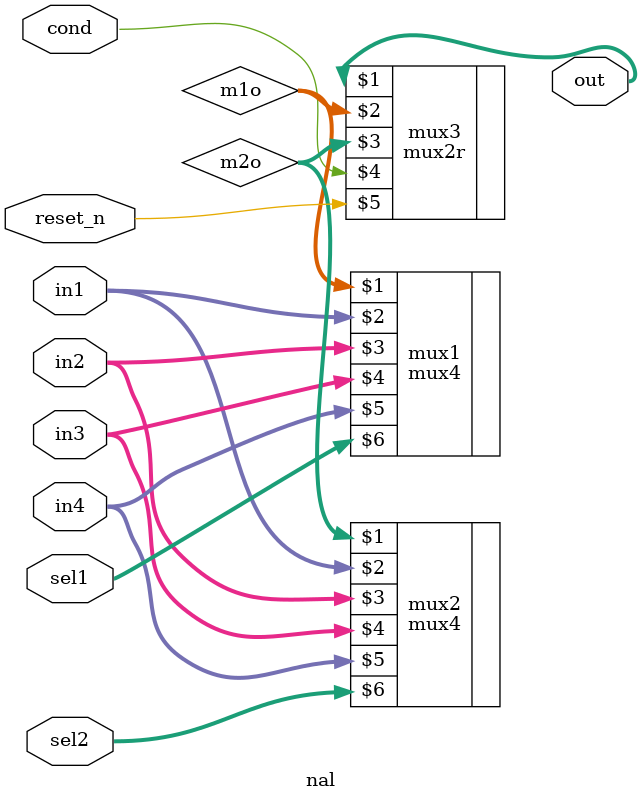
<source format=v>
module nal(out, in1, in2, in3, in4, cond, sel1, sel2, reset_n);

parameter dw = 8;

input [dw-1:0] in1, in2, in3, in4;
input cond;
input [1:0] sel1, sel2;
input reset_n;

output [dw-1:0] out;

wire [dw-1:0] m1o, m2o;

mux4 #(.dw(dw)) mux1(m1o, in1, in2, in3, in4, sel1);
mux4 #(.dw(dw)) mux2(m2o, in1, in2, in3, in4, sel2);
mux2r #(.dw(dw)) mux3(out, m1o, m2o, cond, reset_n);

endmodule
</source>
